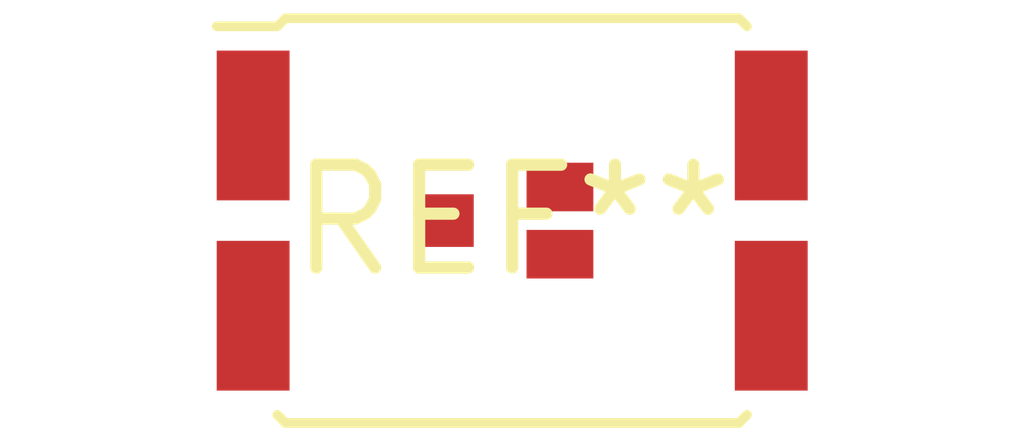
<source format=kicad_pcb>
(kicad_pcb (version 20240108) (generator pcbnew)
  (layers (0 "F.Cu" signal) (31 "B.Cu" signal) (34 "B.Paste" user) (35 "F.Paste" user) (36 "B.SilkS" user "B.Silkscreen") (37 "F.SilkS" user "F.Silkscreen") (38 "B.Mask" user) (39 "F.Mask" user) (44 "Edge.Cuts" user))
  (net 0 "")
  (footprint "DirectFET_MP" (layer "F.Cu") (at 0 0)
    (property "Reference" "REF**")
    (property "Value" "DirectFET_MP")
    (fp_line (start -3.65 -2.4) (end -2.9 -2.4) (layer "F.SilkS") (stroke (width 0.12)))
    (fp_line (start -2.9 -2.4) (end -2.8 -2.5) (layer "F.SilkS") (stroke (width 0.12)))
    (fp_line (start -2.8 -2.5) (end 2.8 -2.5) (layer "F.SilkS") (stroke (width 0.12)))
    (fp_line (start -2.8 2.5) (end -2.9 2.4) (layer "F.SilkS") (stroke (width 0.12)))
    (fp_line (start 2.8 -2.5) (end 2.9 -2.4) (layer "F.SilkS") (stroke (width 0.12)))
    (fp_line (start 2.8 2.5) (end -2.8 2.5) (layer "F.SilkS") (stroke (width 0.12)))
    (fp_line (start 2.9 2.4) (end 2.8 2.5) (layer "F.SilkS") (stroke (width 0.12)))
    (pad "1" smd rect (at -3.2 -1.175) (size 0.9 1.85) (layers "F.Cu" "F.Paste" "F.Mask"))
    (pad "1" smd rect (at -3.2 1.175) (size 0.9 1.85) (layers "F.Cu" "F.Paste" "F.Mask"))
    (pad "1" smd rect (at 3.2 -1.175) (size 0.9 1.85) (layers "F.Cu" "F.Paste" "F.Mask"))
    (pad "1" smd rect (at 3.2 1.175) (size 0.9 1.85) (layers "F.Cu" "F.Paste" "F.Mask"))
    (pad "2" smd rect (at -0.8 0) (size 0.65 0.65) (layers "F.Cu" "F.Paste" "F.Mask"))
    (pad "3" smd rect (at 0.59 -0.415) (size 0.825 0.6) (layers "F.Cu" "F.Paste" "F.Mask"))
    (pad "3" smd rect (at 0.59 0.415) (size 0.825 0.6) (layers "F.Cu" "F.Paste" "F.Mask"))
  )
)
</source>
